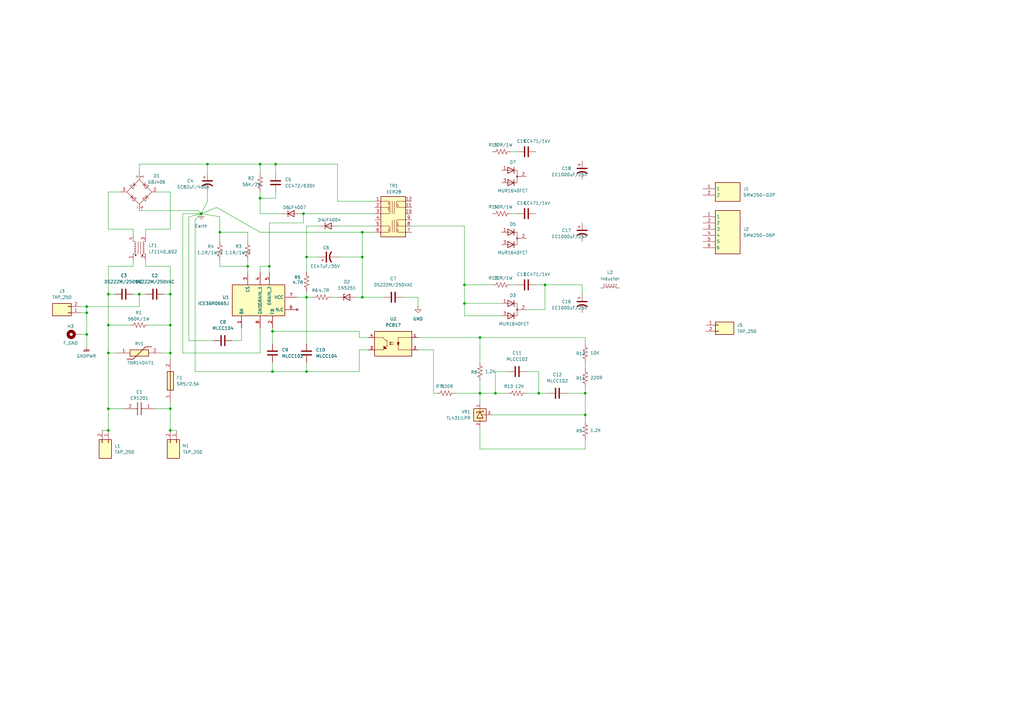
<source format=kicad_sch>
(kicad_sch (version 20250114) (generator "eeschema") (generator_version "9.0")
  (paper "A3")
  (lib_symbols
    (symbol "01_MyLib_ICs:ICE3BR0665J"
      (property "Reference" "U" (at 28.956 7.62 0))
      (property "Value" "ICE3BR0665J" (at 28.956 5.08 0))
      (symbol "ICE3BR0665J_1_1"
        (rectangle (start 8.89 2.54) (end 30.48 -10.16) (stroke (width 0.254)) (fill (type background)))
        (pin passive line (at 12.7 -15.24 90) (length 5.08) (name "BA") (number "1"))
        (pin passive line (at 15.24 7.62 270) (length 5.08) (name "CS") (number "3"))
        (pin passive line (at 20.32 7.62 270) (length 5.08) (name "DRAIN_1") (number "4"))
        (pin passive line (at 20.32 -15.24 90) (length 5.08) (name "GND") (number "8"))
        (pin passive line (at 24.13 7.62 270) (length 5.08) (name "DRAIN_2") (number "5"))
        (pin passive line (at 25.4 -15.24 90) (length 5.08) (name "FB") (number "2"))
        (pin passive line (at 35.56 -2.54 180) (length 5.08) (name "VCC") (number "7"))
        (pin no_connect line (at 35.56 -7.62 180) (length 5.08) (name "N.C") (number "6"))
      )
    )
    (symbol "01_MyLib_ICs:PC817X3NSZ1B" (pin_names (offset 1.016))
      (property "Reference" "U" (at -7.62 6.35 0))
      (property "Value" "PC817X3NSZ1B" (at -7.62 -7.62 0))
      (symbol "PC817X3NSZ1B_0_0"
        (polyline (pts (xy -7.62 2.54) (xy -4.572 2.54)) (stroke (width 0.1524)))
        (rectangle (start -7.62 -5.08) (end 7.62 5.08) (stroke (width 0.254)) (fill (type background)))
        (polyline (pts (xy -4.572 2.54) (xy -2.032 2.54)) (stroke (width 0.1524)))
        (polyline (pts (xy -4.572 -2.54) (xy -7.62 -2.54)) (stroke (width 0.1524)))
        (polyline (pts (xy -2.54 0.508) (xy -1.524 0.508) (xy -2.032 -0.508) (xy -2.54 0.508)) (stroke (width 0.1524)) (fill (type outline)))
        (polyline (pts (xy -2.54 -0.508) (xy -1.524 -0.508)) (stroke (width 0.1524)))
        (polyline (pts (xy -2.032 2.54) (xy -2.032 0.508)) (stroke (width 0.1524)))
        (polyline (pts (xy -2.032 -0.508) (xy -2.032 -2.54)) (stroke (width 0.1524)))
        (polyline (pts (xy -2.032 -2.54) (xy -4.572 -2.54)) (stroke (width 0.1524)))
        (polyline (pts (xy -0.254 0.508) (xy 1.016 0.508)) (stroke (width 0.1524)))
        (polyline (pts (xy -0.254 -0.254) (xy 1.016 -0.254)) (stroke (width 0.1524)))
        (polyline (pts (xy 1.016 0.762) (xy 1.524 0.508) (xy 1.016 0.254) (xy 1.016 0.762)) (stroke (width 0.1524)) (fill (type outline)))
        (polyline (pts (xy 1.016 0.254) (xy 1.016 0.762)) (stroke (width 0.1524)))
        (polyline (pts (xy 1.016 0) (xy 1.524 -0.254) (xy 1.016 -0.508) (xy 1.016 0)) (stroke (width 0.1524)) (fill (type outline)))
        (polyline (pts (xy 1.016 -0.508) (xy 1.016 0)) (stroke (width 0.1524)))
        (polyline (pts (xy 2.54 1.016) (xy 2.54 1.524)) (stroke (width 0.1524)))
        (polyline (pts (xy 2.54 1.016) (xy 2.54 -0.762)) (stroke (width 0.1524)))
        (polyline (pts (xy 2.54 -0.762) (xy 2.54 -1.27)) (stroke (width 0.1524)))
        (polyline (pts (xy 2.54 -0.762) (xy 3.81 -2.032)) (stroke (width 0.1524)))
        (polyline (pts (xy 2.794 -2.032) (xy 3.556 -2.032)) (stroke (width 0.254)))
        (polyline (pts (xy 3.048 -1.778) (xy 2.794 -2.032)) (stroke (width 0.254)))
        (polyline (pts (xy 3.048 -1.778) (xy 3.302 -1.778)) (stroke (width 0.254)))
        (polyline (pts (xy 3.302 -1.778) (xy 3.556 -2.032)) (stroke (width 0.254)))
        (polyline (pts (xy 3.556 -1.524) (xy 3.302 -1.778)) (stroke (width 0.254)))
        (polyline (pts (xy 3.556 -1.524) (xy 3.81 -1.27)) (stroke (width 0.254)))
        (polyline (pts (xy 3.556 -2.032) (xy 3.556 -1.524)) (stroke (width 0.254)))
        (polyline (pts (xy 3.556 -2.032) (xy 3.81 -2.032)) (stroke (width 0.254)))
        (polyline (pts (xy 3.81 -1.016) (xy 3.048 -1.778)) (stroke (width 0.254)))
        (polyline (pts (xy 3.81 -1.27) (xy 3.81 -1.016)) (stroke (width 0.254)))
        (polyline (pts (xy 3.81 -1.778) (xy 3.556 -1.524)) (stroke (width 0.254)))
        (polyline (pts (xy 3.81 -1.778) (xy 3.81 -1.27)) (stroke (width 0.254)))
        (polyline (pts (xy 3.81 -2.032) (xy 3.81 -1.778)) (stroke (width 0.254)))
        (polyline (pts (xy 3.81 -2.032) (xy 4.064 -2.286)) (stroke (width 0.1524)))
        (polyline (pts (xy 4.064 2.54) (xy 4.064 2.286)) (stroke (width 0.1524)))
        (polyline (pts (xy 4.064 2.286) (xy 2.54 1.016)) (stroke (width 0.1524)))
        (polyline (pts (xy 4.064 -2.286) (xy 4.064 -2.54)) (stroke (width 0.1524)))
        (polyline (pts (xy 4.064 -2.54) (xy 7.62 -2.54)) (stroke (width 0.1524)))
        (polyline (pts (xy 7.62 2.54) (xy 4.064 2.54)) (stroke (width 0.1524)))
        (pin passive line (at -10.16 2.54 0) (length 2.54) (name "~") (number "1"))
        (pin passive line (at -10.16 -2.54 0) (length 2.54) (name "~") (number "2"))
        (pin passive line (at 10.16 2.54 180) (length 2.54) (name "~") (number "4"))
        (pin passive line (at 10.16 -2.54 180) (length 2.54) (name "~") (number "3"))
      )
    )
    (symbol "01_MyLib_ICs:TL431ILPR" (pin_names (offset 1.016))
      (property "Reference" "VR" (at -10.16 5.08 0))
      (property "Value" "TL431ILPR" (at -10.16 -7.62 0))
      (symbol "TL431ILPR_0_0"
        (polyline (pts (xy -2.54 0) (xy -0.635 0)) (stroke (width 0.1524)))
        (rectangle (start -2.54 -2.54) (end 2.54 2.54) (stroke (width 0.254)) (fill (type background)))
        (polyline (pts (xy -1.27 1.905) (xy -1.27 1.27)) (stroke (width 0.254)))
        (polyline (pts (xy -1.27 1.27) (xy 0 1.27)) (stroke (width 0.254)))
        (polyline (pts (xy -1.27 -1.27) (xy 0 -1.27)) (stroke (width 0.254)))
        (polyline (pts (xy -0.635 0) (xy -1.27 -1.27)) (stroke (width 0.254)))
        (polyline (pts (xy 0 2.54) (xy 0 1.27)) (stroke (width 0.1524)))
        (polyline (pts (xy 0 1.27) (xy -0.635 0)) (stroke (width 0.254)))
        (polyline (pts (xy 0 1.27) (xy 1.27 1.27)) (stroke (width 0.254)))
        (polyline (pts (xy 0 -1.27) (xy 1.27 -1.27)) (stroke (width 0.254)))
        (polyline (pts (xy 0 -2.54) (xy 0 -1.27)) (stroke (width 0.1524)))
        (polyline (pts (xy 1.27 1.27) (xy 1.27 0.635)) (stroke (width 0.254)))
        (polyline (pts (xy 1.27 -1.27) (xy 0 1.27)) (stroke (width 0.254)))
        (pin passive line (at -5.08 0 0) (length 2.54) (name "~") (number "3"))
        (pin passive line (at 0 5.08 270) (length 2.54) (name "~") (number "1"))
        (pin passive line (at 0 -5.08 90) (length 2.54) (name "~") (number "2"))
      )
    )
    (symbol "02_MyLib_Connectors:SMW250-02P"
      (property "Reference" "J" (at 16.51 7.62 0))
      (property "Value" "SMW250-02P" (at 16.51 5.08 0))
      (symbol "SMW250-02P_1_1"
        (rectangle (start 5.08 2.54) (end 15.24 -5.08) (stroke (width 0.254)) (fill (type background)))
        (pin passive line (at 0 0 0) (length 5.08) (name "1") (number "1"))
        (pin passive line (at 0 -2.54 0) (length 5.08) (name "2") (number "2"))
      )
    )
    (symbol "02_MyLib_Connectors:SMW250-06P"
      (property "Reference" "J" (at 5.08 7.366 0))
      (property "Value" "SMW250-06P" (at 5.08 4.826 0))
      (symbol "SMW250-06P_1_1"
        (rectangle (start 5.08 2.54) (end 15.24 -15.24) (stroke (width 0.254)) (fill (type background)))
        (pin passive line (at 0 0 0) (length 5.08) (name "1") (number "1"))
        (pin passive line (at 0 -2.54 0) (length 5.08) (name "2") (number "2"))
        (pin passive line (at 0 -5.08 0) (length 5.08) (name "3") (number "3"))
        (pin passive line (at 0 -7.62 0) (length 5.08) (name "4") (number "4"))
        (pin passive line (at 0 -10.16 0) (length 5.08) (name "5") (number "5"))
        (pin passive line (at 0 -12.7 0) (length 5.08) (name "6") (number "6"))
      )
    )
    (symbol "02_MyLib_Connectors:TAP_250" (pin_names (offset 1.016) (hide yes))
      (property "Reference" "J" (at 0 2.54 0))
      (property "Value" "TAP_250" (at 0 -5.08 0))
      (symbol "TAP_250_1_1"
        (rectangle (start -1.27 1.27) (end 6.35 -3.81) (stroke (width 0.254)) (fill (type background)))
        (rectangle (start -1.27 0.127) (end 0 -0.127) (stroke (width 0.1524)))
        (rectangle (start -1.27 -2.413) (end 0 -2.667) (stroke (width 0.1524)))
        (pin passive line (at -5.08 0 0) (length 3.81) (name "Pin_1") (number "1"))
        (pin passive line (at -5.08 -2.54 0) (length 3.81) (name "Pin_2") (number "2"))
      )
    )
    (symbol "03_MyLib_Active:1N5251" (pin_numbers (hide yes)) (pin_names (hide yes))
      (property "Reference" "D" (at 0 2.54 0))
      (property "Value" "1N5251" (at 0 -2.54 0))
      (symbol "1N5251_0_1"
        (polyline (pts (xy -1.27 -1.27) (xy -1.27 1.27) (xy -0.762 1.27)) (stroke (width 0.254)))
        (polyline (pts (xy 1.27 0) (xy -1.27 0)))
        (polyline (pts (xy 1.27 -1.27) (xy 1.27 1.27) (xy -1.27 0) (xy 1.27 -1.27)) (stroke (width 0.254)))
      )
      (symbol "1N5251_1_1"
        (pin passive line (at -3.81 0 0) (length 2.54) (name "K") (number "1"))
        (pin passive line (at 3.81 0 180) (length 2.54) (name "A") (number "2"))
      )
    )
    (symbol "03_MyLib_Active:GBL406" (pin_names (offset 0))
      (property "Reference" "D" (at 2.54 6.985 0))
      (property "Value" "GBL406" (at 2.54 5.08 0))
      (symbol "GBL406_0_1"
        (polyline (pts (xy -5.08 0) (xy 0 -5.08) (xy 5.08 0) (xy 0 5.08) (xy -5.08 0)))
        (polyline (pts (xy -3.81 2.54) (xy -2.54 1.27) (xy -1.905 3.175) (xy -3.81 2.54)))
        (polyline (pts (xy -2.54 3.81) (xy -1.27 2.54)))
        (polyline (pts (xy -2.54 -1.27) (xy -3.81 -2.54) (xy -1.905 -3.175) (xy -2.54 -1.27)))
        (polyline (pts (xy -1.27 -2.54) (xy -2.54 -3.81)))
        (polyline (pts (xy 1.27 2.54) (xy 2.54 3.81) (xy 3.175 1.905) (xy 1.27 2.54)))
        (polyline (pts (xy 2.54 1.27) (xy 3.81 2.54)))
        (polyline (pts (xy 2.54 -1.27) (xy 3.81 -2.54)))
        (polyline (pts (xy 3.175 -1.905) (xy 1.27 -2.54) (xy 2.54 -3.81) (xy 3.175 -1.905)))
      )
      (symbol "GBL406_1_1"
        (pin passive line (at -7.62 0 0) (length 2.54) (name "-") (number "4"))
        (pin passive line (at 0 7.62 270) (length 2.54) (name "~") (number "3"))
        (pin passive line (at 0 -7.62 90) (length 2.54) (name "~") (number "2"))
        (pin passive line (at 7.62 0 180) (length 2.54) (name "+") (number "1"))
      )
    )
    (symbol "03_MyLib_Active:MUR1640FCT" (pin_names (offset 0.762) (hide yes))
      (property "Reference" "D" (at 0 5.08 0))
      (property "Value" "MUR1640FCT" (at 0 -5.08 0))
      (symbol "MUR1640FCT_0_0"
        (polyline (pts (xy 0 3.81) (xy 0 1.27)) (stroke (width 0.254)))
        (polyline (pts (xy 0 -1.27) (xy 0 -3.81)) (stroke (width 0.254)))
      )
      (symbol "MUR1640FCT_0_1"
        (polyline (pts (xy -2.54 3.81) (xy 0 2.54) (xy -2.54 1.27) (xy -2.54 3.81) (xy -2.54 3.81) (xy -2.54 3.81)) (stroke (width 0.254)))
        (polyline (pts (xy -2.54 -1.27) (xy 0 -2.54) (xy -2.54 -3.81) (xy -2.54 -1.27) (xy -2.54 -1.27) (xy -2.54 -1.27)) (stroke (width 0.254)))
        (polyline (pts (xy -2.54 -2.54) (xy 1.27 -2.54) (xy 1.27 2.54) (xy -2.54 2.54)))
        (polyline (pts (xy 1.27 0) (xy 2.54 0)))
        (circle (center 1.27 0) (radius 0.254) (fill (type outline)))
        (pin passive line (at -5.08 2.54 0) (length 2.54) (name "A") (number "1"))
        (pin passive line (at -5.08 -2.54 0) (length 2.54) (name "A") (number "3"))
        (pin passive line (at 5.08 0 180) (length 2.54) (name "K") (number "2"))
      )
    )
    (symbol "03_MyLib_Active:UF4004" (pin_numbers (hide yes)) (pin_names (hide yes))
      (property "Reference" "D" (at 0 2.54 0))
      (property "Value" "UF4004" (at 0 -2.54 0))
      (symbol "UF4004_0_1"
        (polyline (pts (xy -1.27 1.27) (xy -1.27 -1.27)) (stroke (width 0.254)))
        (polyline (pts (xy 1.27 1.27) (xy 1.27 -1.27) (xy -1.27 0) (xy 1.27 1.27)) (stroke (width 0.254)))
        (polyline (pts (xy 1.27 0) (xy -1.27 0)))
      )
      (symbol "UF4004_1_1"
        (pin passive line (at -3.81 0 0) (length 2.54) (name "K") (number "1"))
        (pin passive line (at 3.81 0 180) (length 2.54) (name "A") (number "2"))
      )
    )
    (symbol "04_MyLib_Passive:C" (pin_numbers (hide yes)) (pin_names (offset 0.254))
      (property "Reference" "C" (at 0.635 2.54 0))
      (property "Value" "C" (at 0.635 -2.54 0))
      (symbol "C_0_1"
        (polyline (pts (xy -2.032 0.762) (xy 2.032 0.762)) (stroke (width 0.508)))
        (polyline (pts (xy -2.032 -0.762) (xy 2.032 -0.762)) (stroke (width 0.508)))
      )
      (symbol "C_1_1"
        (pin passive line (at 0 3.81 270) (length 2.794) (name "~") (number "1"))
        (pin passive line (at 0 -3.81 90) (length 2.794) (name "~") (number "2"))
      )
    )
    (symbol "04_MyLib_Passive:CR1201" (pin_names (hide yes))
      (property "Reference" "C" (at 8.89 6.35 0))
      (property "Value" "CR1201" (at 8.89 3.81 0))
      (symbol "CR1201_1_1"
        (polyline (pts (xy 5.08 0) (xy 5.588 0)) (stroke (width 0.254)))
        (polyline (pts (xy 5.588 2.54) (xy 5.588 -2.54)) (stroke (width 0.254)))
        (polyline (pts (xy 7.112 2.54) (xy 7.112 -2.54)) (stroke (width 0.254)))
        (polyline (pts (xy 7.112 0) (xy 7.62 0)) (stroke (width 0.254)))
        (pin passive line (at 0 0 0) (length 5.08) (name "1") (number "1"))
        (pin passive line (at 12.7 0 180) (length 5.08) (name "2") (number "2"))
      )
    )
    (symbol "04_MyLib_Passive:C_Pol" (pin_numbers (hide yes)) (pin_names (offset 0.254) (hide yes))
      (property "Reference" "C" (at 0.635 2.54 0))
      (property "Value" "C_Pol" (at 0.635 -2.54 0))
      (symbol "C_Pol_0_1"
        (polyline (pts (xy -2.032 0.762) (xy 2.032 0.762)) (stroke (width 0.508)))
        (polyline (pts (xy -1.778 2.286) (xy -0.762 2.286)))
        (polyline (pts (xy -1.27 1.778) (xy -1.27 2.794)))
        (arc (start -2.032 -1.27) (mid 0 -0.5572) (end 2.032 -1.27) (stroke (width 0.508)))
      )
      (symbol "C_Pol_1_1"
        (pin passive line (at 0 3.81 270) (length 2.794) (name "~") (number "1"))
        (pin passive line (at 0 -3.81 90) (length 3.302) (name "~") (number "2"))
      )
    )
    (symbol "04_MyLib_Passive:EER28" (pin_names (hide yes))
      (property "Reference" "TR" (at 0.254 9.398 0))
      (property "Value" "EER28" (at -0.254 -9.398 0))
      (symbol "EER28_0_1"
        (rectangle (start -5.08 8.255) (end 5.08 -8.255) (stroke (width 0.254)) (fill (type background)))
        (polyline (pts (xy -4.445 6.35) (xy -5.08 6.35)))
        (polyline (pts (xy -4.445 3.81) (xy -5.08 3.81)))
        (polyline (pts (xy -4.445 1.27) (xy -5.08 1.27)))
        (polyline (pts (xy -4.445 -3.81) (xy -5.08 -3.81)))
        (polyline (pts (xy -4.445 -6.35) (xy -5.08 -6.35)))
        (arc (start -1.905 6.35) (mid -1.2727 5.715) (end -1.905 5.08))
        (polyline (pts (xy -1.905 6.35) (xy -4.445 6.35)))
        (circle (center -1.905 5.715) (radius 0.1778))
        (polyline (pts (xy -1.905 3.81) (xy -4.445 3.81)))
        (circle (center -1.905 3.175) (radius 0.1778))
        (polyline (pts (xy -1.905 1.27) (xy -4.445 1.27)))
        (polyline (pts (xy -0.381 1.27) (xy -0.381 6.35)))
        (polyline (pts (xy -0.381 -1.27) (xy -0.381 -6.35)))
        (polyline (pts (xy 0.381 6.35) (xy 0.381 1.27)))
        (polyline (pts (xy 0.381 -6.35) (xy 0.381 -1.27)))
        (polyline (pts (xy 1.905 6.35) (xy 5.08 6.35)))
        (polyline (pts (xy 1.905 3.81) (xy 5.08 3.81)))
        (polyline (pts (xy 1.905 -1.27) (xy 5.08 -1.27)))
        (polyline (pts (xy 1.905 -3.81) (xy 5.08 -3.81)))
        (polyline (pts (xy 1.905 -6.35) (xy 5.715 -6.35)))
      )
      (symbol "EER28_1_1"
        (arc (start -1.905 5.08) (mid -1.2727 4.445) (end -1.905 3.81))
        (arc (start -1.905 3.81) (mid -1.2727 3.175) (end -1.905 2.54))
        (arc (start -1.905 2.54) (mid -1.2727 1.905) (end -1.905 1.27))
        (arc (start -1.905 -3.81) (mid -1.2727 -4.445) (end -1.905 -5.08))
        (arc (start -1.905 -5.08) (mid -1.2727 -5.715) (end -1.905 -6.35))
        (polyline (pts (xy -1.905 -3.81) (xy -4.445 -3.81)))
        (circle (center -1.905 -5.715) (radius 0.1778))
        (polyline (pts (xy -1.905 -6.35) (xy -4.445 -6.35)))
        (circle (center 1.905 -3.175) (radius 0.1778))
        (circle (center 1.905 -5.715) (radius 0.1778))
        (arc (start 1.905 5.08) (mid 1.2727 5.715) (end 1.905 6.35))
        (arc (start 1.905 3.81) (mid 1.2727 4.445) (end 1.905 5.08))
        (arc (start 1.905 -2.54) (mid 1.2727 -1.905) (end 1.905 -1.27))
        (arc (start 1.905 -3.81) (mid 1.2727 -3.175) (end 1.905 -2.54))
        (arc (start 1.905 -5.08) (mid 1.2727 -4.445) (end 1.905 -3.81))
        (arc (start 1.905 -6.35) (mid 1.2727 -5.715) (end 1.905 -5.08))
        (circle (center 2.032 4.445) (radius 0.1778))
        (pin passive line (at -7.62 6.35 0) (length 2.54) (name "P0") (number "1"))
        (pin passive line (at -7.62 3.81 0) (length 2.54) (name "P1") (number "2"))
        (pin passive line (at -7.62 1.27 0) (length 2.54) (name "P2") (number "3"))
        (pin passive line (at -7.62 -1.27 0) (length 2.54) (name "NC1") (number "4"))
        (pin passive line (at -7.62 -3.81 0) (length 2.54) (name "Vcc") (number "5"))
        (pin passive line (at -7.62 -6.35 0) (length 2.54) (name "Vcc_GND") (number "6"))
        (pin passive line (at 7.62 6.35 180) (length 2.54) (name "N3") (number "12"))
        (pin passive line (at 7.62 3.81 180) (length 2.54) (name "N_GND2") (number "11"))
        (pin passive line (at 7.62 1.27 180) (length 2.54) (name "NC2") (number "10"))
        (pin passive line (at 7.62 -1.27 180) (length 2.54) (name "N2") (number "9"))
        (pin passive line (at 7.62 -3.81 180) (length 2.54) (name "N1") (number "8"))
        (pin passive line (at 7.62 -6.35 180) (length 2.54) (name "N_GND1") (number "7"))
      )
    )
    (symbol "04_MyLib_Passive:Inductor" (pin_numbers (hide yes)) (pin_names (offset 1.016) (hide yes))
      (property "Reference" "L" (at -1.27 0 90))
      (property "Value" "Inductor" (at 2.794 0 90))
      (symbol "Inductor_0_1"
        (arc (start 0 2.54) (mid 0.6323 1.905) (end 0 1.27))
        (arc (start 0 1.27) (mid 0.6323 0.635) (end 0 0))
        (arc (start 0 0) (mid 0.6323 -0.635) (end 0 -1.27))
        (arc (start 0 -1.27) (mid 0.6323 -1.905) (end 0 -2.54))
        (polyline (pts (xy 1.016 2.286) (xy 1.016 2.794)))
        (polyline (pts (xy 1.016 1.27) (xy 1.016 1.778)))
        (polyline (pts (xy 1.016 0.254) (xy 1.016 0.762)))
        (polyline (pts (xy 1.016 -0.762) (xy 1.016 -0.254)))
        (polyline (pts (xy 1.016 -1.778) (xy 1.016 -1.27)))
        (polyline (pts (xy 1.016 -2.794) (xy 1.016 -2.286)))
        (polyline (pts (xy 1.524 2.794) (xy 1.524 2.286)))
        (polyline (pts (xy 1.524 1.778) (xy 1.524 1.27)))
        (polyline (pts (xy 1.524 0.762) (xy 1.524 0.254)))
        (polyline (pts (xy 1.524 -0.254) (xy 1.524 -0.762)))
        (polyline (pts (xy 1.524 -1.27) (xy 1.524 -1.778)))
        (polyline (pts (xy 1.524 -2.286) (xy 1.524 -2.794)))
      )
      (symbol "Inductor_1_1"
        (pin passive line (at 0 3.81 270) (length 1.27) (name "1") (number "1"))
        (pin passive line (at 0 -3.81 90) (length 1.27) (name "2") (number "2"))
      )
    )
    (symbol "04_MyLib_Passive:LF1140-602" (pin_names (hide yes))
      (property "Reference" "LF" (at 0 5.08 0))
      (property "Value" "LF1140_602" (at 0 -5.08 0))
      (symbol "LF1140-602_1_1"
        (circle (center -3.048 1.524) (radius 0.254) (fill (type outline)))
        (circle (center -3.048 -1.27) (radius 0.254) (fill (type outline)))
        (polyline (pts (xy -2.54 2.032) (xy -2.54 2.54)))
        (polyline (pts (xy -2.54 0.508) (xy 2.54 0.508)))
        (polyline (pts (xy -2.54 -2.032) (xy -2.54 -2.54)))
        (arc (start -1.524 2.032) (mid -2.032 1.5262) (end -2.54 2.032))
        (arc (start -2.54 -2.032) (mid -2.032 -1.5262) (end -1.524 -2.032))
        (arc (start -0.508 2.032) (mid -1.016 1.5262) (end -1.524 2.032))
        (arc (start -1.524 -2.032) (mid -1.016 -1.5262) (end -0.508 -2.032))
        (arc (start 0.508 2.032) (mid 0 1.5262) (end -0.508 2.032))
        (arc (start -0.508 -2.032) (mid 0 -1.5262) (end 0.508 -2.032))
        (arc (start 1.524 2.032) (mid 1.016 1.5262) (end 0.508 2.032))
        (arc (start 0.508 -2.032) (mid 1.016 -1.5262) (end 1.524 -2.032))
        (arc (start 2.54 2.032) (mid 2.032 1.5262) (end 1.524 2.032))
        (arc (start 1.524 -2.032) (mid 2.032 -1.5262) (end 2.54 -2.032))
        (polyline (pts (xy 2.54 2.54) (xy 2.54 2.032)))
        (polyline (pts (xy 2.54 -0.508) (xy -2.54 -0.508)))
        (polyline (pts (xy 2.54 -2.032) (xy 2.54 -2.54)))
        (pin passive line (at -5.08 2.54 0) (length 2.54) (name "1") (number "1"))
        (pin passive line (at -5.08 -2.54 0) (length 2.54) (name "2") (number "2"))
        (pin passive line (at 5.08 2.54 180) (length 2.54) (name "4") (number "4"))
        (pin passive line (at 5.08 -2.54 180) (length 2.54) (name "3") (number "3"))
      )
    )
    (symbol "04_MyLib_Passive:MOV-14D471" (pin_names (hide yes))
      (property "Reference" "RV" (at 13.97 6.35 0))
      (property "Value" "MOV-14D471KTR" (at 13.97 3.81 0))
      (symbol "MOV-14D471_1_1"
        (polyline (pts (xy 3.81 -2.54) (xy 6.35 -2.54)) (stroke (width 0.254)))
        (rectangle (start 5.08 1.27) (end 12.7 -1.27) (stroke (width 0.254)) (fill (type background)))
        (polyline (pts (xy 11.43 2.54) (xy 6.35 -2.54)) (stroke (width 0.254)))
        (polyline (pts (xy 11.43 2.54) (xy 13.97 2.54)) (stroke (width 0.254)))
        (pin passive line (at 0 0 0) (length 5.08) (name "1") (number "1"))
        (pin passive line (at 17.78 0 180) (length 5.08) (name "2") (number "2"))
      )
    )
    (symbol "04_MyLib_Passive:R" (pin_numbers (hide yes)) (pin_names (offset 0))
      (property "Reference" "R" (at 2.54 0 90))
      (property "Value" "R" (at -2.54 0 90))
      (symbol "R_0_1"
        (polyline (pts (xy 0 2.286) (xy 0 2.54)))
        (polyline (pts (xy 0 2.286) (xy 1.016 1.905) (xy 0 1.524) (xy -1.016 1.143) (xy 0 0.762)))
        (polyline (pts (xy 0 0.762) (xy 1.016 0.381) (xy 0 0) (xy -1.016 -0.381) (xy 0 -0.762)))
        (polyline (pts (xy 0 -0.762) (xy 1.016 -1.143) (xy 0 -1.524) (xy -1.016 -1.905) (xy 0 -2.286)))
        (polyline (pts (xy 0 -2.286) (xy 0 -2.54)))
      )
      (symbol "R_1_1"
        (pin passive line (at 0 3.81 270) (length 1.27) (name "~") (number "1"))
        (pin passive line (at 0 -3.81 90) (length 1.27) (name "~") (number "2"))
      )
    )
    (symbol "05_MyLib_Device:SR525A" (pin_names (hide yes))
      (property "Reference" "F" (at 13.97 6.35 0))
      (property "Value" "SR525A" (at 13.97 3.81 0))
      (symbol "SR525A_1_1"
        (rectangle (start 5.08 1.27) (end 12.7 -1.27) (stroke (width 0.254)) (fill (type background)))
        (polyline (pts (xy 5.08 0) (xy 12.7 0)) (stroke (width 0.254)))
        (pin passive line (at 0 0 0) (length 5.08) (name "1") (number "1"))
        (pin passive line (at 17.78 0 180) (length 5.08) (name "2") (number "2"))
      )
    )
    (symbol "Mechanical:MountingHole_Pad" (pin_numbers (hide yes)) (pin_names (offset 1.016) (hide yes)) (in_bom no)
      (property "Reference" "H" (at 0 6.35 0))
      (property "Value" "MountingHole_Pad" (at 0 4.445 0))
      (symbol "MountingHole_Pad_0_1"
        (circle (center 0 1.27) (radius 1.27) (stroke (width 1.27)))
      )
      (symbol "MountingHole_Pad_1_1"
        (pin input line (at 0 -2.54 90) (length 2.54) (name "1") (number "1"))
      )
    )
    (symbol "UF4007_1" (pin_numbers (hide yes)) (pin_names (hide yes))
      (property "Reference" "D" (at 0 2.54 0))
      (property "Value" "UF4007" (at 0 -2.54 0))
      (symbol "UF4007_1_0_1"
        (polyline (pts (xy -1.27 1.27) (xy -1.27 -1.27)) (stroke (width 0.254)))
        (polyline (pts (xy 1.27 1.27) (xy 1.27 -1.27) (xy -1.27 0) (xy 1.27 1.27)) (stroke (width 0.254)))
        (polyline (pts (xy 1.27 0) (xy -1.27 0)))
      )
      (symbol "UF4007_1_1_1"
        (pin passive line (at -3.81 0 0) (length 2.54) (name "K") (number "1"))
        (pin passive line (at 3.81 0 180) (length 2.54) (name "A") (number "2"))
      )
    )
    (symbol "power:Earth" (power) (pin_numbers (hide yes)) (pin_names (offset 0) (hide yes))
      (property "Value" "Earth" (at 0 -3.81 0))
      (symbol "Earth_0_1"
        (polyline (pts (xy -0.635 -1.905) (xy 0.635 -1.905)))
        (polyline (pts (xy -0.127 -2.54) (xy 0.127 -2.54)))
        (polyline (pts (xy 0 -1.27) (xy 0 0)))
        (polyline (pts (xy 1.27 -1.27) (xy -1.27 -1.27)))
      )
      (symbol "Earth_1_1"
        (pin power_in line (at 0 0 270) (length 0) (name "~") (number "1"))
      )
    )
    (symbol "power:GND" (power) (pin_numbers (hide yes)) (pin_names (offset 0) (hide yes))
      (property "Value" "GND" (at 0 -3.81 0))
      (symbol "GND_0_1"
        (polyline (pts (xy 0 0) (xy 0 -1.27) (xy 1.27 -1.27) (xy 0 -2.54) (xy -1.27 -1.27) (xy 0 -1.27)))
      )
      (symbol "GND_1_1"
        (pin power_in line (at 0 0 270) (length 0) (name "~") (number "1"))
      )
    )
    (symbol "power:GNDPWR" (power) (pin_numbers (hide yes)) (pin_names (offset 0) (hide yes))
      (property "Value" "GNDPWR" (at 0 -3.302 0))
      (symbol "GNDPWR_0_1"
        (polyline (pts (xy -1.016 -1.27) (xy -1.27 -2.032) (xy -1.27 -2.032)) (stroke (width 0.2032)))
        (polyline (pts (xy -0.508 -1.27) (xy -0.762 -2.032) (xy -0.762 -2.032)) (stroke (width 0.2032)))
        (polyline (pts (xy 0 -1.27) (xy 0 0)))
        (polyline (pts (xy 0 -1.27) (xy -0.254 -2.032) (xy -0.254 -2.032)) (stroke (width 0.2032)))
        (polyline (pts (xy 0.508 -1.27) (xy 0.254 -2.032) (xy 0.254 -2.032)) (stroke (width 0.2032)))
        (polyline (pts (xy 1.016 -1.27) (xy -1.016 -1.27) (xy -1.016 -1.27)) (stroke (width 0.2032)))
        (polyline (pts (xy 1.016 -1.27) (xy 0.762 -2.032) (xy 0.762 -2.032) (xy 0.762 -2.032)) (stroke (width 0.2032)))
      )
      (symbol "GNDPWR_1_1"
        (pin power_in line (at 0 0 270) (length 0) (name "~") (number "1"))
      )
    )
  )
  (junction (at 44.45 144.78))
  (junction (at 240.03 170.18))
  (junction (at 111.76 152.4))
  (junction (at 44.45 176.53))
  (junction (at 190.5 124.46))
  (junction (at 148.59 95.25))
  (junction (at 106.68 67.31))
  (junction (at 69.85 120.65))
  (junction (at 125.73 152.4))
  (junction (at 82.55 87.63))
  (junction (at 111.76 135.89))
  (junction (at 101.6 109.22))
  (junction (at 125.73 121.92))
  (junction (at 69.85 133.35))
  (junction (at 148.59 121.92))
  (junction (at 240.03 161.29))
  (junction (at 196.85 161.29))
  (junction (at 69.85 167.64))
  (junction (at 110.49 109.22))
  (junction (at 190.5 116.84))
  (junction (at 44.45 167.64))
  (junction (at 69.85 144.78))
  (junction (at 35.56 125.73))
  (junction (at 44.45 120.65))
  (junction (at 148.59 105.41))
  (junction (at 85.09 67.31))
  (junction (at 44.45 133.35))
  (junction (at 57.15 120.65))
  (junction (at 69.85 176.53))
  (junction (at 124.46 87.63))
  (junction (at 196.85 138.43))
  (junction (at 90.17 95.25))
  (junction (at 223.52 116.84))
  (junction (at 125.73 105.41))
  (junction (at 35.56 137.16))
  (junction (at 106.68 81.28))
  (junction (at 220.98 161.29))
  (junction (at 113.03 67.31))
  (junction (at 35.56 128.27))
  (junction (at 203.2 161.29))
  (wire (pts (xy 44.45 109.22) (xy 54.61 109.22)))
  (wire (pts (xy 111.76 152.4) (xy 125.73 152.4)))
  (wire (pts (xy 125.73 92.71) (xy 130.81 92.71)))
  (wire (pts (xy 57.15 71.12) (xy 57.15 67.31)))
  (wire (pts (xy 240.03 158.75) (xy 240.03 161.29)))
  (wire (pts (xy 125.73 111.76) (xy 125.73 105.41)))
  (wire (pts (xy 171.45 121.92) (xy 171.45 125.73)))
  (wire (pts (xy 106.68 67.31) (xy 113.03 67.31)))
  (wire (pts (xy 90.17 99.06) (xy 90.17 95.25)))
  (wire (pts (xy 101.6 95.25) (xy 101.6 99.06)))
  (wire (pts (xy 157.48 121.92) (xy 148.59 121.92)))
  (wire (pts (xy 125.73 121.92) (xy 128.27 121.92)))
  (wire (pts (xy 196.85 161.29) (xy 203.2 161.29)))
  (wire (pts (xy 138.43 105.41) (xy 148.59 105.41)))
  (wire (pts (xy 101.6 109.22) (xy 101.6 111.76)))
  (wire (pts (xy 49.53 78.74) (xy 44.45 78.74)))
  (wire (pts (xy 111.76 135.89) (xy 111.76 140.97)))
  (wire (pts (xy 125.73 148.59) (xy 125.73 152.4)))
  (wire (pts (xy 67.31 120.65) (xy 69.85 120.65)))
  (wire (pts (xy 223.52 116.84) (xy 219.71 116.84)))
  (wire (pts (xy 203.2 152.4) (xy 203.2 161.29)))
  (wire (pts (xy 148.59 105.41) (xy 148.59 95.25)))
  (wire (pts (xy 48.26 144.78) (xy 44.45 144.78)))
  (wire (pts (xy 201.93 170.18) (xy 240.03 170.18)))
  (wire (pts (xy 124.46 87.63) (xy 153.67 87.63)))
  (wire (pts (xy 223.52 116.84) (xy 238.76 116.84)))
  (wire (pts (xy 110.49 109.22) (xy 106.68 109.22)))
  (wire (pts (xy 240.03 148.59) (xy 240.03 151.13)))
  (wire (pts (xy 215.9 152.4) (xy 220.98 152.4)))
  (wire (pts (xy 209.55 116.84) (xy 212.09 116.84)))
  (wire (pts (xy 69.85 120.65) (xy 69.85 133.35)))
  (wire (pts (xy 240.03 170.18) (xy 240.03 172.72)))
  (wire (pts (xy 106.68 81.28) (xy 106.68 87.63)))
  (wire (pts (xy 90.17 95.25) (xy 90.17 88.9)))
  (wire (pts (xy 177.8 161.29) (xy 179.07 161.29)))
  (wire (pts (xy 196.85 156.21) (xy 196.85 161.29)))
  (wire (pts (xy 165.1 121.92) (xy 171.45 121.92)))
  (wire (pts (xy 196.85 138.43) (xy 240.03 138.43)))
  (wire (pts (xy 80.01 90.17) (xy 82.55 87.63)))
  (wire (pts (xy 85.09 67.31) (xy 106.68 67.31)))
  (wire (pts (xy 209.55 62.23) (xy 212.09 62.23)))
  (wire (pts (xy 203.2 152.4) (xy 208.28 152.4)))
  (wire (pts (xy 113.03 78.74) (xy 113.03 81.28)))
  (wire (pts (xy 111.76 152.4) (xy 80.01 152.4)))
  (wire (pts (xy 147.32 135.89) (xy 111.76 135.89)))
  (wire (pts (xy 147.32 138.43) (xy 147.32 135.89)))
  (wire (pts (xy 69.85 93.98) (xy 59.69 93.98)))
  (wire (pts (xy 147.32 143.51) (xy 151.13 143.51)))
  (wire (pts (xy 190.5 116.84) (xy 190.5 124.46)))
  (wire (pts (xy 125.73 119.38) (xy 125.73 121.92)))
  (wire (pts (xy 33.02 137.16) (xy 35.56 137.16)))
  (wire (pts (xy 111.76 148.59) (xy 111.76 152.4)))
  (wire (pts (xy 69.85 144.78) (xy 69.85 147.32)))
  (wire (pts (xy 57.15 120.65) (xy 59.69 120.65)))
  (wire (pts (xy 106.68 95.25) (xy 148.59 95.25)))
  (wire (pts (xy 111.76 134.62) (xy 111.76 135.89)))
  (wire (pts (xy 69.85 133.35) (xy 60.96 133.35)))
  (wire (pts (xy 41.91 176.53) (xy 44.45 176.53)))
  (wire (pts (xy 44.45 120.65) (xy 44.45 133.35)))
  (wire (pts (xy 215.9 161.29) (xy 220.98 161.29)))
  (wire (pts (xy 44.45 93.98) (xy 54.61 93.98)))
  (wire (pts (xy 168.91 92.71) (xy 190.5 92.71)))
  (wire (pts (xy 190.5 116.84) (xy 201.93 116.84)))
  (wire (pts (xy 54.61 109.22) (xy 54.61 106.68)))
  (wire (pts (xy 74.93 87.63) (xy 82.55 87.63)))
  (wire (pts (xy 57.15 86.36) (xy 81.28 86.36)))
  (wire (pts (xy 54.61 93.98) (xy 54.61 96.52)))
  (wire (pts (xy 44.45 133.35) (xy 44.45 144.78)))
  (wire (pts (xy 124.46 87.63) (xy 124.46 91.44)))
  (wire (pts (xy 74.93 144.78) (xy 74.93 87.63)))
  (wire (pts (xy 44.45 133.35) (xy 53.34 133.35)))
  (wire (pts (xy 220.98 161.29) (xy 224.79 161.29)))
  (wire (pts (xy 87.63 139.7) (xy 77.47 139.7)))
  (wire (pts (xy 88.9 85.09) (xy 82.55 87.63)))
  (wire (pts (xy 35.56 125.73) (xy 35.56 128.27)))
  (wire (pts (xy 223.52 127) (xy 223.52 116.84)))
  (wire (pts (xy 151.13 138.43) (xy 147.32 138.43)))
  (wire (pts (xy 77.47 139.7) (xy 77.47 88.9)))
  (wire (pts (xy 64.77 78.74) (xy 69.85 78.74)))
  (wire (pts (xy 240.03 161.29) (xy 240.03 170.18)))
  (wire (pts (xy 106.68 78.74) (xy 106.68 81.28)))
  (wire (pts (xy 196.85 138.43) (xy 196.85 148.59)))
  (wire (pts (xy 113.03 67.31) (xy 138.43 67.31)))
  (wire (pts (xy 69.85 144.78) (xy 66.04 144.78)))
  (wire (pts (xy 186.69 161.29) (xy 196.85 161.29)))
  (wire (pts (xy 196.85 184.15) (xy 240.03 184.15)))
  (wire (pts (xy 177.8 161.29) (xy 177.8 143.51)))
  (wire (pts (xy 85.09 82.55) (xy 82.55 87.63)))
  (wire (pts (xy 110.49 91.44) (xy 110.49 109.22)))
  (wire (pts (xy 63.5 167.64) (xy 69.85 167.64)))
  (wire (pts (xy 125.73 105.41) (xy 125.73 92.71)))
  (wire (pts (xy 77.47 88.9) (xy 82.55 87.63)))
  (wire (pts (xy 125.73 140.97) (xy 125.73 121.92)))
  (wire (pts (xy 106.68 87.63) (xy 115.57 87.63)))
  (wire (pts (xy 240.03 138.43) (xy 240.03 140.97)))
  (wire (pts (xy 69.85 176.53) (xy 72.39 176.53)))
  (wire (pts (xy 209.55 87.63) (xy 212.09 87.63)))
  (wire (pts (xy 69.85 133.35) (xy 69.85 144.78)))
  (wire (pts (xy 147.32 152.4) (xy 147.32 143.51)))
  (wire (pts (xy 106.68 144.78) (xy 74.93 144.78)))
  (wire (pts (xy 69.85 165.1) (xy 69.85 167.64)))
  (wire (pts (xy 138.43 121.92) (xy 135.89 121.92)))
  (wire (pts (xy 44.45 120.65) (xy 44.45 109.22)))
  (wire (pts (xy 106.68 109.22) (xy 106.68 111.76)))
  (wire (pts (xy 106.68 67.31) (xy 106.68 71.12)))
  (wire (pts (xy 90.17 88.9) (xy 82.55 87.63)))
  (wire (pts (xy 215.9 127) (xy 223.52 127)))
  (wire (pts (xy 35.56 137.16) (xy 35.56 128.27)))
  (wire (pts (xy 106.68 134.62) (xy 106.68 144.78)))
  (wire (pts (xy 35.56 125.73) (xy 57.15 125.73)))
  (wire (pts (xy 33.02 128.27) (xy 35.56 128.27)))
  (wire (pts (xy 90.17 109.22) (xy 101.6 109.22)))
  (wire (pts (xy 57.15 67.31) (xy 85.09 67.31)))
  (wire (pts (xy 171.45 138.43) (xy 196.85 138.43)))
  (wire (pts (xy 57.15 120.65) (xy 57.15 125.73)))
  (wire (pts (xy 69.85 78.74) (xy 69.85 93.98)))
  (wire (pts (xy 138.43 92.71) (xy 153.67 92.71)))
  (wire (pts (xy 69.85 109.22) (xy 69.85 120.65)))
  (wire (pts (xy 90.17 106.68) (xy 90.17 109.22)))
  (wire (pts (xy 138.43 82.55) (xy 153.67 82.55)))
  (wire (pts (xy 59.69 106.68) (xy 59.69 109.22)))
  (wire (pts (xy 35.56 137.16) (xy 35.56 142.24)))
  (wire (pts (xy 99.06 139.7) (xy 99.06 134.62)))
  (wire (pts (xy 44.45 78.74) (xy 44.45 93.98)))
  (wire (pts (xy 190.5 92.71) (xy 190.5 116.84)))
  (wire (pts (xy 121.92 121.92) (xy 125.73 121.92)))
  (wire (pts (xy 146.05 121.92) (xy 148.59 121.92)))
  (wire (pts (xy 196.85 161.29) (xy 196.85 165.1)))
  (wire (pts (xy 46.99 120.65) (xy 44.45 120.65)))
  (wire (pts (xy 44.45 144.78) (xy 44.45 167.64)))
  (wire (pts (xy 203.2 161.29) (xy 208.28 161.29)))
  (wire (pts (xy 33.02 125.73) (xy 35.56 125.73)))
  (wire (pts (xy 190.5 124.46) (xy 205.74 124.46)))
  (wire (pts (xy 190.5 129.54) (xy 190.5 124.46)))
  (wire (pts (xy 44.45 167.64) (xy 44.45 176.53)))
  (wire (pts (xy 54.61 120.65) (xy 57.15 120.65)))
  (wire (pts (xy 69.85 167.64) (xy 69.85 176.53)))
  (wire (pts (xy 81.28 86.36) (xy 82.55 87.63)))
  (wire (pts (xy 232.41 161.29) (xy 240.03 161.29)))
  (wire (pts (xy 177.8 143.51) (xy 171.45 143.51)))
  (wire (pts (xy 153.67 95.25) (xy 148.59 95.25)))
  (wire (pts (xy 113.03 67.31) (xy 113.03 71.12)))
  (wire (pts (xy 125.73 152.4) (xy 147.32 152.4)))
  (wire (pts (xy 80.01 152.4) (xy 80.01 90.17)))
  (wire (pts (xy 190.5 129.54) (xy 205.74 129.54)))
  (wire (pts (xy 196.85 175.26) (xy 196.85 184.15)))
  (wire (pts (xy 101.6 106.68) (xy 101.6 109.22)))
  (wire (pts (xy 148.59 121.92) (xy 148.59 105.41)))
  (wire (pts (xy 90.17 95.25) (xy 101.6 95.25)))
  (wire (pts (xy 110.49 109.22) (xy 110.49 111.76)))
  (wire (pts (xy 95.25 139.7) (xy 99.06 139.7)))
  (wire (pts (xy 106.68 95.25) (xy 88.9 85.09)))
  (wire (pts (xy 85.09 78.74) (xy 85.09 82.55)))
  (wire (pts (xy 220.98 152.4) (xy 220.98 161.29)))
  (wire (pts (xy 59.69 109.22) (xy 69.85 109.22)))
  (wire (pts (xy 59.69 93.98) (xy 59.69 96.52)))
  (wire (pts (xy 238.76 116.84) (xy 238.76 120.65)))
  (wire (pts (xy 240.03 180.34) (xy 240.03 184.15)))
  (wire (pts (xy 124.46 91.44) (xy 110.49 91.44)))
  (wire (pts (xy 130.81 105.41) (xy 125.73 105.41)))
  (wire (pts (xy 123.19 87.63) (xy 124.46 87.63)))
  (wire (pts (xy 138.43 67.31) (xy 138.43 82.55)))
  (wire (pts (xy 85.09 67.31) (xy 85.09 71.12)))
  (wire (pts (xy 106.68 81.28) (xy 113.03 81.28)))
  (wire (pts (xy 44.45 167.64) (xy 50.8 167.64)))
  (symbol (lib_id "04_MyLib_Passive:C_Pol") (at 238.76 69.85 0) (unit 1)
    (property "Reference" "C18" (at 230.378 69.088 0) (effects (justify left)))
    (property "Value" "EC1000uF/25V" (at 226.314 71.628 0) (effects (justify left)))
  )
  (symbol (lib_id "04_MyLib_Passive:R") (at 125.73 115.57 0) (unit 1)
    (property "Reference" "R5" (at 120.65 113.792 0) (effects (justify left)))
    (property "Value" "4.7R" (at 119.888 115.824 0) (effects (justify left)))
  )
  (symbol (lib_id "04_MyLib_Passive:C_Pol") (at 238.76 124.46 0) (unit 1)
    (property "Reference" "C16" (at 230.378 123.698 0) (effects (justify left)))
    (property "Value" "EC1000uF/25V" (at 226.314 126.238 0) (effects (justify left)))
  )
  (symbol (lib_id "04_MyLib_Passive:R") (at 240.03 154.94 180) (unit 1)
    (property "Reference" "R11" (at 236.22 155.194 0) (effects (justify right)))
    (property "Value" "220R" (at 242.062 154.94 0) (effects (justify right)))
    (property "Footprint" "04_MyFoot_Passive:R_Axial_P10.16mm" (effects (hide yes)))
  )
  (symbol (lib_id "05_MyLib_Device:SR525A") (at 69.85 165.1 90) (unit 1)
    (property "Reference" "F1" (at 72.39 154.94 90) (effects (justify right)))
    (property "Value" "SR5/2.5A" (at 72.39 157.48 90) (effects (justify right)))
    (property "Footprint" "SR525ABK" (effects (hide yes)))
  )
  (symbol (lib_id "02_MyLib_Connectors:TAP_250") (at 72.39 181.61 270) (unit 1)
    (property "Reference" "N1" (at 74.93 182.88 90) (effects (justify left)))
    (property "Value" "TAP_250" (at 74.93 185.42 90) (effects (justify left)))
  )
  (symbol (lib_id "03_MyLib_Active:MUR1640FCT") (at 210.82 127 0) (unit 1)
    (property "Reference" "D3" (at 210.312 121.158 0))
    (property "Value" "MUR1640FCT" (at 210.82 132.842 0))
    (property "Footprint" "03_MyFoot_Active:TO255P510X1070X2140-3P" (effects (hide yes)))
  )
  (symbol (lib_id "04_MyLib_Passive:R") (at 132.08 121.92 90) (unit 1)
    (property "Reference" "R6" (at 130.556 119.126 90) (effects (justify left)))
    (property "Value" "4.7R" (at 135.128 119.126 90) (effects (justify left)))
  )
  (symbol (lib_id "04_MyLib_Passive:C") (at 228.6 161.29 90) (unit 1)
    (property "Reference" "C12" (at 228.6 153.67 90))
    (property "Value" "MLCC102" (at 228.6 156.21 90))
  )
  (symbol (lib_id "04_MyLib_Passive:C_Pol") (at 134.62 105.41 90) (unit 1)
    (property "Reference" "C6" (at 135.128 101.6 90) (effects (justify left)))
    (property "Value" "EC47uF/35V" (at 139.446 109.22 90) (effects (justify left)))
  )
  (symbol (lib_id "03_MyLib_Active:MUR1640FCT") (at 210.82 97.79 0) (unit 1)
    (property "Reference" "D5" (at 210.312 91.948 0))
    (property "Value" "MUR1640FCT" (at 210.312 103.632 0))
    (property "Footprint" "03_MyFoot_Active:TO255P510X1070X2140-3P" (effects (hide yes)))
  )
  (symbol (lib_id "power:GND") (at 171.45 125.73 0) (unit 1)
    (property "Reference" "#PWR02" (effects (hide yes)))
    (property "Value" "GND" (at 171.45 130.81 0))
    (property "Description" "Power symbol creates a global label with name \"GND\" , ground" (effects (hide yes)))
  )
  (symbol (lib_id "04_MyLib_Passive:CR1201") (at 63.5 167.64 180) (unit 1)
    (property "Reference" "C1" (at 57.15 160.782 0))
    (property "Value" "CR1201" (at 57.15 163.322 0))
    (property "Description" "Spark Killer" (effects (hide yes)))
  )
  (symbol (lib_id "power:Earth") (at 82.55 87.63 0) (unit 1)
    (property "Reference" "#PWR01" (effects (hide yes)))
    (property "Value" "Earth" (at 82.55 92.71 0))
    (property "Description" "Power symbol creates a global label with name \"Earth\"" (effects (hide yes)))
  )
  (symbol (lib_id "04_MyLib_Passive:C") (at 161.29 121.92 90) (unit 1)
    (property "Reference" "C7" (at 161.29 114.3 90))
    (property "Value" "DS222M/250VAC" (at 161.29 116.84 90))
  )
  (symbol (lib_id "04_MyLib_Passive:C") (at 212.09 152.4 90) (unit 1)
    (property "Reference" "C11" (at 212.09 144.78 90))
    (property "Value" "MLCC102" (at 212.09 147.32 90))
  )
  (symbol (lib_id "04_MyLib_Passive:R") (at 101.6 102.87 0) (unit 1)
    (property "Reference" "R3" (at 96.52 101.092 0) (effects (justify left)))
    (property "Value" "1.1R/1W/F" (at 92.202 103.632 0) (effects (justify left)))
  )
  (symbol (lib_id "04_MyLib_Passive:C") (at 91.44 139.7 90) (unit 1)
    (property "Reference" "C8" (at 91.44 132.08 90))
    (property "Value" "MLCC104" (at 91.44 134.62 90))
  )
  (symbol (lib_id "04_MyLib_Passive:C") (at 63.5 120.65 90) (unit 1)
    (property "Reference" "C2" (at 63.5 113.03 90))
    (property "Value" "DS222M/250VAC" (at 63.5 115.57 90))
  )
  (symbol (lib_id "02_MyLib_Connectors:TAP_250") (at 27.94 128.27 180) (unit 1)
    (property "Reference" "J3" (at 25.4 119.38 0))
    (property "Value" "TAP_250" (at 25.4 121.92 0))
  )
  (symbol (lib_id "02_MyLib_Connectors:TAP_250") (at 294.64 133.35 0) (unit 1)
    (property "Reference" "J5" (at 302.26 133.3499 0) (effects (justify left)))
    (property "Value" "TAP_250" (at 302.26 135.8899 0) (effects (justify left)))
  )
  (symbol (lib_name "UF4007_1") (lib_id "03_MyLib_Active:UF4007") (at 119.38 87.63 0) (unit 1)
    (property "Reference" "D6" (at 117.348 85.09 0))
    (property "Value" "UF4007" (at 121.92 85.09 0))
    (property "Footprint" "Diode_THT:D_DO-41_SOD81_P10.16mm_Horizontal" (effects (hide yes)))
    (property "Sim.Pins" "1=K 2=A" (effects (hide yes)))
  )
  (symbol (lib_id "04_MyLib_Passive:MOV-14D471") (at 48.26 144.78 0) (unit 1)
    (property "Reference" "RV1" (at 57.15 140.97 0))
    (property "Value" "TNR14D471" (at 57.658 148.844 0))
    (property "Footprint" "MOV14D471K" (effects (hide yes)))
  )
  (symbol (lib_id "power:GNDPWR") (at 35.56 142.24 0) (unit 1)
    (property "Reference" "#PWR03" (effects (hide yes)))
    (property "Value" "GNDPWR" (at 35.433 146.05 0))
    (property "Description" "Power symbol creates a global label with name \"GNDPWR\" , global ground" (effects (hide yes)))
  )
  (symbol (lib_id "01_MyLib_ICs:TL431ILPR") (at 196.85 170.18 0) (mirror y) (unit 1)
    (property "Reference" "VR1" (at 193.04 168.91 0) (effects (justify left)))
    (property "Value" "TL431ILPR" (at 193.04 171.45 0) (effects (justify left)))
    (property "Footprint" "03_MyFoot_Active:TO92250P470H770-3" (effects (hide yes)))
  )
  (symbol (lib_id "03_MyLib_Active:UF4004") (at 134.62 92.71 0) (unit 1)
    (property "Reference" "D4" (at 131.572 90.17 0))
    (property "Value" "UF4004" (at 136.144 90.17 0))
    (property "Footprint" "Diode_THT:D_DO-41_SOD81_P10.16mm_Horizontal" (effects (hide yes)))
    (property "Sim.Pins" "1=K 2=A" (effects (hide yes)))
  )
  (symbol (lib_id "04_MyLib_Passive:C") (at 215.9 116.84 90) (unit 1)
    (property "Reference" "C13" (at 213.868 112.522 90))
    (property "Value" "CC471/1kV" (at 220.218 112.522 90))
  )
  (symbol (lib_id "04_MyLib_Passive:R") (at 205.74 62.23 90) (unit 1)
    (property "Reference" "R15" (at 204.216 59.436 90) (effects (justify left)))
    (property "Value" "10R/1W" (at 210.312 59.436 90) (effects (justify left)))
    (property "Footprint" "04_MyFoot_Passive:R_Axial_P10.16mm" (effects (hide yes)))
  )
  (symbol (lib_id "04_MyLib_Passive:C") (at 215.9 62.23 90) (unit 1)
    (property "Reference" "C15" (at 213.868 57.912 90))
    (property "Value" "CC471/1kV" (at 220.218 57.912 90))
  )
  (symbol (lib_id "03_MyLib_Active:MUR1640FCT") (at 210.82 72.39 0) (unit 1)
    (property "Reference" "D7" (at 210.312 66.548 0))
    (property "Value" "MUR1640FCT" (at 210.312 78.232 0))
    (property "Footprint" "03_MyFoot_Active:TO255P510X1070X2140-3P" (effects (hide yes)))
  )
  (symbol (lib_id "04_MyLib_Passive:C") (at 111.76 144.78 180) (unit 1)
    (property "Reference" "C9" (at 115.57 143.51 0) (effects (justify right)))
    (property "Value" "MLCC102" (at 115.57 146.05 0) (effects (justify right)))
  )
  (symbol (lib_id "04_MyLib_Passive:R") (at 90.17 102.87 0) (unit 1)
    (property "Reference" "R4" (at 85.09 101.092 0) (effects (justify left)))
    (property "Value" "1.1R/1W/F" (at 80.772 103.632 0) (effects (justify left)))
  )
  (symbol (lib_id "02_MyLib_Connectors:TAP_250") (at 44.45 181.61 270) (unit 1)
    (property "Reference" "L1" (at 46.99 182.88 90) (effects (justify left)))
    (property "Value" "TAP_250" (at 46.99 185.42 90) (effects (justify left)))
  )
  (symbol (lib_id "04_MyLib_Passive:C") (at 50.8 120.65 90) (unit 1)
    (property "Reference" "C3" (at 50.8 113.03 90))
    (property "Value" "DS222M/250VAC" (at 50.8 115.57 90))
  )
  (symbol (lib_id "03_MyLib_Active:1N5251") (at 142.24 121.92 0) (unit 1)
    (property "Reference" "D2" (at 142.24 115.57 0))
    (property "Value" "1N5251" (at 142.24 118.11 0))
    (property "Footprint" "03_MyFoot_Active:ZENER_0_5W_P7.62mm_Hori" (effects (hide yes)))
  )
  (symbol (lib_id "04_MyLib_Passive:R") (at 57.15 133.35 90) (unit 1)
    (property "Reference" "R1" (at 56.896 128.27 90))
    (property "Value" "560K/1W" (at 56.896 130.81 90))
  )
  (symbol (lib_id "02_MyLib_Connectors:SMW250-02P") (at 288.29 77.47 0) (unit 1)
    (property "Reference" "J1" (at 304.8 77.4699 0) (effects (justify left)))
    (property "Value" "SMW250-02P" (at 304.8 80.0099 0) (effects (justify left)))
    (property "Footprint" "02_MyFoot_Connectors:SMW25002" (effects (hide yes)))
  )
  (symbol (lib_id "03_MyLib_Active:GBL406") (at 57.15 78.74 90) (unit 1)
    (property "Reference" "D1" (at 64.262 72.136 90))
    (property "Value" "GBJ406" (at 64.262 74.676 90))
    (property "Footprint" "GBL406BPC01HF" (effects (hide yes)))
  )
  (symbol (lib_id "04_MyLib_Passive:EER28") (at 161.29 88.9 0) (unit 1)
    (property "Reference" "TR1" (at 161.544 76.2 0))
    (property "Value" "EER28" (at 161.544 78.74 0))
  )
  (symbol (lib_id "04_MyLib_Passive:C") (at 125.73 144.78 180) (unit 1)
    (property "Reference" "C10" (at 129.54 143.51 0) (effects (justify right)))
    (property "Value" "MLCC104" (at 129.54 146.05 0) (effects (justify right)))
  )
  (symbol (lib_id "04_MyLib_Passive:R") (at 182.88 161.29 90) (unit 1)
    (property "Reference" "R7" (at 181.356 158.496 90) (effects (justify left)))
    (property "Value" "820R" (at 185.928 158.496 90) (effects (justify left)))
  )
  (symbol (lib_id "02_MyLib_Connectors:SMW250-06P") (at 288.29 88.9 0) (unit 1)
    (property "Reference" "J2" (at 304.8 93.9799 0) (effects (justify left)))
    (property "Value" "SMW250-06P" (at 304.8 96.5199 0) (effects (justify left)))
    (property "Footprint" "02_MyFoot_Connectors:SMW25006" (effects (hide yes)))
  )
  (symbol (lib_id "04_MyLib_Passive:R") (at 212.09 161.29 90) (unit 1)
    (property "Reference" "R10" (at 210.566 158.496 90) (effects (justify left)))
    (property "Value" "12K" (at 215.138 158.496 90) (effects (justify left)))
    (property "Footprint" "04_MyFoot_Passive:R_Axial_P10.16mm" (effects (hide yes)))
  )
  (symbol (lib_id "04_MyLib_Passive:R") (at 106.68 74.93 0) (unit 1)
    (property "Reference" "R2" (at 101.6 73.152 0) (effects (justify left)))
    (property "Value" "56K/2W" (at 99.314 75.692 0) (effects (justify left)))
  )
  (symbol (lib_id "04_MyLib_Passive:C") (at 113.03 74.93 0) (unit 1)
    (property "Reference" "C5" (at 116.84 73.66 0) (effects (justify left)))
    (property "Value" "CC472/630V" (at 116.84 76.2 0) (effects (justify left)))
  )
  (symbol (lib_id "01_MyLib_ICs:ICE3BR0665J") (at 86.36 119.38 0) (unit 1)
    (property "Reference" "U1" (at 93.98 121.92 0) (effects (justify right)))
    (property "Value" "ICE3BR0665J" (at 93.98 124.46 0) (effects (justify right)))
    (property "Footprint" "DIP788W56P254L944H480Q8N" (effects (hide yes)))
  )
  (symbol (lib_id "04_MyLib_Passive:R") (at 240.03 176.53 180) (unit 1)
    (property "Reference" "R9" (at 236.22 176.784 0) (effects (justify right)))
    (property "Value" "1.2K" (at 242.062 176.53 0) (effects (justify right)))
    (property "Footprint" "04_MyFoot_Passive:R_Axial_P10.16mm" (effects (hide yes)))
  )
  (symbol (lib_id "Mechanical:MountingHole_Pad") (at 30.48 137.16 90) (unit 1) (in_bom no)
    (property "Reference" "H3" (at 28.956 133.858 90))
    (property "Value" "F_GND" (at 28.956 140.716 90))
    (property "Description" "Mounting Hole with connection" (effects (hide yes)))
  )
  (symbol (lib_id "04_MyLib_Passive:C_Pol") (at 85.09 74.93 0) (unit 1)
    (property "Reference" "C4" (at 76.708 74.168 0) (effects (justify left)))
    (property "Value" "EC82uF/400V" (at 72.644 76.708 0) (effects (justify left)))
  )
  (symbol (lib_id "04_MyLib_Passive:C") (at 215.9 87.63 90) (unit 1)
    (property "Reference" "C14" (at 213.868 83.312 90))
    (property "Value" "CC471/1kV" (at 220.218 83.312 90))
  )
  (symbol (lib_id "04_MyLib_Passive:R") (at 205.74 116.84 90) (unit 1)
    (property "Reference" "R13" (at 204.216 114.046 90) (effects (justify left)))
    (property "Value" "10R/1W" (at 210.312 114.046 90) (effects (justify left)))
    (property "Footprint" "04_MyFoot_Passive:R_Axial_P10.16mm" (effects (hide yes)))
  )
  (symbol (lib_id "04_MyLib_Passive:R") (at 205.74 87.63 90) (unit 1)
    (property "Reference" "R14" (at 204.216 84.836 90) (effects (justify left)))
    (property "Value" "10R/1W" (at 210.312 84.836 90) (effects (justify left)))
    (property "Footprint" "04_MyFoot_Passive:R_Axial_P10.16mm" (effects (hide yes)))
  )
  (symbol (lib_id "04_MyLib_Passive:R") (at 240.03 144.78 180) (unit 1)
    (property "Reference" "R12" (at 236.22 145.034 0) (effects (justify right)))
    (property "Value" "10K" (at 242.062 144.78 0) (effects (justify right)))
    (property "Footprint" "04_MyFoot_Passive:R_Axial_P10.16mm" (effects (hide yes)))
  )
  (symbol (lib_id "01_MyLib_ICs:PC817X3NSZ1B") (at 161.29 140.97 0) (mirror y) (unit 1)
    (property "Reference" "U2" (at 161.29 130.81 0))
    (property "Value" "PC817" (at 161.29 133.35 0))
    (property "Footprint" "DIP762W50P254L495H455Q4" (effects (hide yes)))
  )
  (symbol (lib_id "04_MyLib_Passive:LF1140-602") (at 57.15 101.6 90) (unit 1)
    (property "Reference" "LF1" (at 60.96 100.711 90) (effects (justify right)))
    (property "Value" "LF1140_602" (at 60.96 103.251 90) (effects (justify right)))
  )
  (symbol (lib_id "04_MyLib_Passive:R") (at 196.85 152.4 180) (unit 1)
    (property "Reference" "R8" (at 193.04 152.654 0) (effects (justify right)))
    (property "Value" "1.2K" (at 198.882 152.4 0) (effects (justify right)))
  )
  (symbol (lib_id "04_MyLib_Passive:Inductor") (at 250.19 118.11 90) (unit 1)
    (property "Reference" "L2" (at 250.19 111.76 90))
    (property "Value" "Inductor" (at 250.19 114.3 90))
  )
  (symbol (lib_id "04_MyLib_Passive:C_Pol") (at 238.76 95.25 0) (unit 1)
    (property "Reference" "C17" (at 230.378 94.488 0) (effects (justify left)))
    (property "Value" "EC1000uF/25V" (at 226.314 97.028 0) (effects (justify left)))
  )
)
</source>
